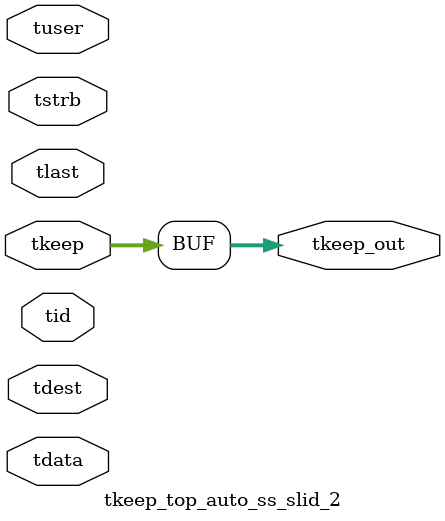
<source format=v>


`timescale 1ps/1ps

module tkeep_top_auto_ss_slid_2 #
(
parameter C_S_AXIS_TDATA_WIDTH = 32,
parameter C_S_AXIS_TUSER_WIDTH = 0,
parameter C_S_AXIS_TID_WIDTH   = 0,
parameter C_S_AXIS_TDEST_WIDTH = 0,
parameter C_M_AXIS_TDATA_WIDTH = 32
)
(
input  [(C_S_AXIS_TDATA_WIDTH == 0 ? 1 : C_S_AXIS_TDATA_WIDTH)-1:0     ] tdata,
input  [(C_S_AXIS_TUSER_WIDTH == 0 ? 1 : C_S_AXIS_TUSER_WIDTH)-1:0     ] tuser,
input  [(C_S_AXIS_TID_WIDTH   == 0 ? 1 : C_S_AXIS_TID_WIDTH)-1:0       ] tid,
input  [(C_S_AXIS_TDEST_WIDTH == 0 ? 1 : C_S_AXIS_TDEST_WIDTH)-1:0     ] tdest,
input  [(C_S_AXIS_TDATA_WIDTH/8)-1:0 ] tkeep,
input  [(C_S_AXIS_TDATA_WIDTH/8)-1:0 ] tstrb,
input                                                                    tlast,
output [(C_M_AXIS_TDATA_WIDTH/8)-1:0 ] tkeep_out
);

assign tkeep_out = {tkeep[3:0]};

endmodule


</source>
